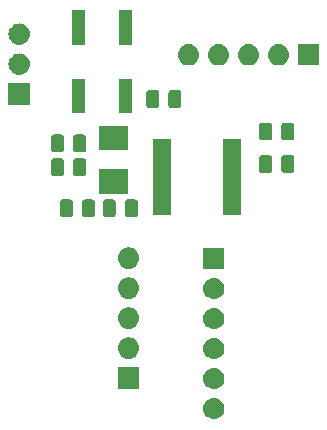
<source format=gbr>
G04 #@! TF.GenerationSoftware,KiCad,Pcbnew,5.1.2*
G04 #@! TF.CreationDate,2019-05-06T18:14:36-05:00*
G04 #@! TF.ProjectId,STM32F030Minimal,53544d33-3246-4303-9330-4d696e696d61,rev?*
G04 #@! TF.SameCoordinates,Original*
G04 #@! TF.FileFunction,Soldermask,Top*
G04 #@! TF.FilePolarity,Negative*
%FSLAX46Y46*%
G04 Gerber Fmt 4.6, Leading zero omitted, Abs format (unit mm)*
G04 Created by KiCad (PCBNEW 5.1.2) date 2019-05-06 18:14:36*
%MOMM*%
%LPD*%
G04 APERTURE LIST*
%ADD10C,0.100000*%
G04 APERTURE END LIST*
D10*
G36*
X163340442Y-89555518D02*
G01*
X163406627Y-89562037D01*
X163576466Y-89613557D01*
X163732991Y-89697222D01*
X163768729Y-89726552D01*
X163870186Y-89809814D01*
X163953448Y-89911271D01*
X163982778Y-89947009D01*
X164066443Y-90103534D01*
X164117963Y-90273373D01*
X164135359Y-90450000D01*
X164117963Y-90626627D01*
X164066443Y-90796466D01*
X163982778Y-90952991D01*
X163953448Y-90988729D01*
X163870186Y-91090186D01*
X163768729Y-91173448D01*
X163732991Y-91202778D01*
X163576466Y-91286443D01*
X163406627Y-91337963D01*
X163340442Y-91344482D01*
X163274260Y-91351000D01*
X163185740Y-91351000D01*
X163119558Y-91344482D01*
X163053373Y-91337963D01*
X162883534Y-91286443D01*
X162727009Y-91202778D01*
X162691271Y-91173448D01*
X162589814Y-91090186D01*
X162506552Y-90988729D01*
X162477222Y-90952991D01*
X162393557Y-90796466D01*
X162342037Y-90626627D01*
X162324641Y-90450000D01*
X162342037Y-90273373D01*
X162393557Y-90103534D01*
X162477222Y-89947009D01*
X162506552Y-89911271D01*
X162589814Y-89809814D01*
X162691271Y-89726552D01*
X162727009Y-89697222D01*
X162883534Y-89613557D01*
X163053373Y-89562037D01*
X163119558Y-89555518D01*
X163185740Y-89549000D01*
X163274260Y-89549000D01*
X163340442Y-89555518D01*
X163340442Y-89555518D01*
G37*
G36*
X163340443Y-87015519D02*
G01*
X163406627Y-87022037D01*
X163576466Y-87073557D01*
X163732991Y-87157222D01*
X163768729Y-87186552D01*
X163870186Y-87269814D01*
X163953448Y-87371271D01*
X163982778Y-87407009D01*
X164066443Y-87563534D01*
X164117963Y-87733373D01*
X164135359Y-87910000D01*
X164117963Y-88086627D01*
X164066443Y-88256466D01*
X163982778Y-88412991D01*
X163953448Y-88448729D01*
X163870186Y-88550186D01*
X163768729Y-88633448D01*
X163732991Y-88662778D01*
X163576466Y-88746443D01*
X163406627Y-88797963D01*
X163340443Y-88804481D01*
X163274260Y-88811000D01*
X163185740Y-88811000D01*
X163119557Y-88804481D01*
X163053373Y-88797963D01*
X162883534Y-88746443D01*
X162727009Y-88662778D01*
X162691271Y-88633448D01*
X162589814Y-88550186D01*
X162506552Y-88448729D01*
X162477222Y-88412991D01*
X162393557Y-88256466D01*
X162342037Y-88086627D01*
X162324641Y-87910000D01*
X162342037Y-87733373D01*
X162393557Y-87563534D01*
X162477222Y-87407009D01*
X162506552Y-87371271D01*
X162589814Y-87269814D01*
X162691271Y-87186552D01*
X162727009Y-87157222D01*
X162883534Y-87073557D01*
X163053373Y-87022037D01*
X163119557Y-87015519D01*
X163185740Y-87009000D01*
X163274260Y-87009000D01*
X163340443Y-87015519D01*
X163340443Y-87015519D01*
G37*
G36*
X156921000Y-88771000D02*
G01*
X155119000Y-88771000D01*
X155119000Y-86969000D01*
X156921000Y-86969000D01*
X156921000Y-88771000D01*
X156921000Y-88771000D01*
G37*
G36*
X163340443Y-84475519D02*
G01*
X163406627Y-84482037D01*
X163576466Y-84533557D01*
X163732991Y-84617222D01*
X163768729Y-84646552D01*
X163870186Y-84729814D01*
X163949951Y-84827009D01*
X163982778Y-84867009D01*
X164066443Y-85023534D01*
X164117963Y-85193373D01*
X164135359Y-85370000D01*
X164117963Y-85546627D01*
X164066443Y-85716466D01*
X163982778Y-85872991D01*
X163953448Y-85908729D01*
X163870186Y-86010186D01*
X163781731Y-86082778D01*
X163732991Y-86122778D01*
X163576466Y-86206443D01*
X163406627Y-86257963D01*
X163340442Y-86264482D01*
X163274260Y-86271000D01*
X163185740Y-86271000D01*
X163119558Y-86264482D01*
X163053373Y-86257963D01*
X162883534Y-86206443D01*
X162727009Y-86122778D01*
X162678269Y-86082778D01*
X162589814Y-86010186D01*
X162506552Y-85908729D01*
X162477222Y-85872991D01*
X162393557Y-85716466D01*
X162342037Y-85546627D01*
X162324641Y-85370000D01*
X162342037Y-85193373D01*
X162393557Y-85023534D01*
X162477222Y-84867009D01*
X162510049Y-84827009D01*
X162589814Y-84729814D01*
X162691271Y-84646552D01*
X162727009Y-84617222D01*
X162883534Y-84533557D01*
X163053373Y-84482037D01*
X163119557Y-84475519D01*
X163185740Y-84469000D01*
X163274260Y-84469000D01*
X163340443Y-84475519D01*
X163340443Y-84475519D01*
G37*
G36*
X156130442Y-84435518D02*
G01*
X156196627Y-84442037D01*
X156366466Y-84493557D01*
X156522991Y-84577222D01*
X156558729Y-84606552D01*
X156660186Y-84689814D01*
X156743448Y-84791271D01*
X156772778Y-84827009D01*
X156856443Y-84983534D01*
X156907963Y-85153373D01*
X156925359Y-85330000D01*
X156907963Y-85506627D01*
X156856443Y-85676466D01*
X156772778Y-85832991D01*
X156743448Y-85868729D01*
X156660186Y-85970186D01*
X156558729Y-86053448D01*
X156522991Y-86082778D01*
X156366466Y-86166443D01*
X156196627Y-86217963D01*
X156130443Y-86224481D01*
X156064260Y-86231000D01*
X155975740Y-86231000D01*
X155909557Y-86224481D01*
X155843373Y-86217963D01*
X155673534Y-86166443D01*
X155517009Y-86082778D01*
X155481271Y-86053448D01*
X155379814Y-85970186D01*
X155296552Y-85868729D01*
X155267222Y-85832991D01*
X155183557Y-85676466D01*
X155132037Y-85506627D01*
X155114641Y-85330000D01*
X155132037Y-85153373D01*
X155183557Y-84983534D01*
X155267222Y-84827009D01*
X155296552Y-84791271D01*
X155379814Y-84689814D01*
X155481271Y-84606552D01*
X155517009Y-84577222D01*
X155673534Y-84493557D01*
X155843373Y-84442037D01*
X155909558Y-84435518D01*
X155975740Y-84429000D01*
X156064260Y-84429000D01*
X156130442Y-84435518D01*
X156130442Y-84435518D01*
G37*
G36*
X163340442Y-81935518D02*
G01*
X163406627Y-81942037D01*
X163576466Y-81993557D01*
X163732991Y-82077222D01*
X163768729Y-82106552D01*
X163870186Y-82189814D01*
X163949951Y-82287009D01*
X163982778Y-82327009D01*
X164066443Y-82483534D01*
X164117963Y-82653373D01*
X164135359Y-82830000D01*
X164117963Y-83006627D01*
X164066443Y-83176466D01*
X163982778Y-83332991D01*
X163953448Y-83368729D01*
X163870186Y-83470186D01*
X163781731Y-83542778D01*
X163732991Y-83582778D01*
X163576466Y-83666443D01*
X163406627Y-83717963D01*
X163340443Y-83724481D01*
X163274260Y-83731000D01*
X163185740Y-83731000D01*
X163119557Y-83724481D01*
X163053373Y-83717963D01*
X162883534Y-83666443D01*
X162727009Y-83582778D01*
X162678269Y-83542778D01*
X162589814Y-83470186D01*
X162506552Y-83368729D01*
X162477222Y-83332991D01*
X162393557Y-83176466D01*
X162342037Y-83006627D01*
X162324641Y-82830000D01*
X162342037Y-82653373D01*
X162393557Y-82483534D01*
X162477222Y-82327009D01*
X162510049Y-82287009D01*
X162589814Y-82189814D01*
X162691271Y-82106552D01*
X162727009Y-82077222D01*
X162883534Y-81993557D01*
X163053373Y-81942037D01*
X163119558Y-81935518D01*
X163185740Y-81929000D01*
X163274260Y-81929000D01*
X163340442Y-81935518D01*
X163340442Y-81935518D01*
G37*
G36*
X156130443Y-81895519D02*
G01*
X156196627Y-81902037D01*
X156366466Y-81953557D01*
X156522991Y-82037222D01*
X156558729Y-82066552D01*
X156660186Y-82149814D01*
X156743448Y-82251271D01*
X156772778Y-82287009D01*
X156856443Y-82443534D01*
X156907963Y-82613373D01*
X156925359Y-82790000D01*
X156907963Y-82966627D01*
X156856443Y-83136466D01*
X156772778Y-83292991D01*
X156743448Y-83328729D01*
X156660186Y-83430186D01*
X156558729Y-83513448D01*
X156522991Y-83542778D01*
X156366466Y-83626443D01*
X156196627Y-83677963D01*
X156130443Y-83684481D01*
X156064260Y-83691000D01*
X155975740Y-83691000D01*
X155909557Y-83684481D01*
X155843373Y-83677963D01*
X155673534Y-83626443D01*
X155517009Y-83542778D01*
X155481271Y-83513448D01*
X155379814Y-83430186D01*
X155296552Y-83328729D01*
X155267222Y-83292991D01*
X155183557Y-83136466D01*
X155132037Y-82966627D01*
X155114641Y-82790000D01*
X155132037Y-82613373D01*
X155183557Y-82443534D01*
X155267222Y-82287009D01*
X155296552Y-82251271D01*
X155379814Y-82149814D01*
X155481271Y-82066552D01*
X155517009Y-82037222D01*
X155673534Y-81953557D01*
X155843373Y-81902037D01*
X155909557Y-81895519D01*
X155975740Y-81889000D01*
X156064260Y-81889000D01*
X156130443Y-81895519D01*
X156130443Y-81895519D01*
G37*
G36*
X163340442Y-79395518D02*
G01*
X163406627Y-79402037D01*
X163576466Y-79453557D01*
X163732991Y-79537222D01*
X163768729Y-79566552D01*
X163870186Y-79649814D01*
X163949951Y-79747009D01*
X163982778Y-79787009D01*
X164066443Y-79943534D01*
X164117963Y-80113373D01*
X164135359Y-80290000D01*
X164117963Y-80466627D01*
X164066443Y-80636466D01*
X163982778Y-80792991D01*
X163953448Y-80828729D01*
X163870186Y-80930186D01*
X163781731Y-81002778D01*
X163732991Y-81042778D01*
X163576466Y-81126443D01*
X163406627Y-81177963D01*
X163340442Y-81184482D01*
X163274260Y-81191000D01*
X163185740Y-81191000D01*
X163119558Y-81184482D01*
X163053373Y-81177963D01*
X162883534Y-81126443D01*
X162727009Y-81042778D01*
X162678269Y-81002778D01*
X162589814Y-80930186D01*
X162506552Y-80828729D01*
X162477222Y-80792991D01*
X162393557Y-80636466D01*
X162342037Y-80466627D01*
X162324641Y-80290000D01*
X162342037Y-80113373D01*
X162393557Y-79943534D01*
X162477222Y-79787009D01*
X162510049Y-79747009D01*
X162589814Y-79649814D01*
X162691271Y-79566552D01*
X162727009Y-79537222D01*
X162883534Y-79453557D01*
X163053373Y-79402037D01*
X163119558Y-79395518D01*
X163185740Y-79389000D01*
X163274260Y-79389000D01*
X163340442Y-79395518D01*
X163340442Y-79395518D01*
G37*
G36*
X156130443Y-79355519D02*
G01*
X156196627Y-79362037D01*
X156366466Y-79413557D01*
X156522991Y-79497222D01*
X156558729Y-79526552D01*
X156660186Y-79609814D01*
X156743448Y-79711271D01*
X156772778Y-79747009D01*
X156856443Y-79903534D01*
X156907963Y-80073373D01*
X156925359Y-80250000D01*
X156907963Y-80426627D01*
X156856443Y-80596466D01*
X156772778Y-80752991D01*
X156743448Y-80788729D01*
X156660186Y-80890186D01*
X156558729Y-80973448D01*
X156522991Y-81002778D01*
X156366466Y-81086443D01*
X156196627Y-81137963D01*
X156130442Y-81144482D01*
X156064260Y-81151000D01*
X155975740Y-81151000D01*
X155909558Y-81144482D01*
X155843373Y-81137963D01*
X155673534Y-81086443D01*
X155517009Y-81002778D01*
X155481271Y-80973448D01*
X155379814Y-80890186D01*
X155296552Y-80788729D01*
X155267222Y-80752991D01*
X155183557Y-80596466D01*
X155132037Y-80426627D01*
X155114641Y-80250000D01*
X155132037Y-80073373D01*
X155183557Y-79903534D01*
X155267222Y-79747009D01*
X155296552Y-79711271D01*
X155379814Y-79609814D01*
X155481271Y-79526552D01*
X155517009Y-79497222D01*
X155673534Y-79413557D01*
X155843373Y-79362037D01*
X155909557Y-79355519D01*
X155975740Y-79349000D01*
X156064260Y-79349000D01*
X156130443Y-79355519D01*
X156130443Y-79355519D01*
G37*
G36*
X164131000Y-78651000D02*
G01*
X162329000Y-78651000D01*
X162329000Y-76849000D01*
X164131000Y-76849000D01*
X164131000Y-78651000D01*
X164131000Y-78651000D01*
G37*
G36*
X156130442Y-76815518D02*
G01*
X156196627Y-76822037D01*
X156366466Y-76873557D01*
X156522991Y-76957222D01*
X156558729Y-76986552D01*
X156660186Y-77069814D01*
X156743448Y-77171271D01*
X156772778Y-77207009D01*
X156856443Y-77363534D01*
X156907963Y-77533373D01*
X156925359Y-77710000D01*
X156907963Y-77886627D01*
X156856443Y-78056466D01*
X156772778Y-78212991D01*
X156743448Y-78248729D01*
X156660186Y-78350186D01*
X156558729Y-78433448D01*
X156522991Y-78462778D01*
X156366466Y-78546443D01*
X156196627Y-78597963D01*
X156130443Y-78604481D01*
X156064260Y-78611000D01*
X155975740Y-78611000D01*
X155909557Y-78604481D01*
X155843373Y-78597963D01*
X155673534Y-78546443D01*
X155517009Y-78462778D01*
X155481271Y-78433448D01*
X155379814Y-78350186D01*
X155296552Y-78248729D01*
X155267222Y-78212991D01*
X155183557Y-78056466D01*
X155132037Y-77886627D01*
X155114641Y-77710000D01*
X155132037Y-77533373D01*
X155183557Y-77363534D01*
X155267222Y-77207009D01*
X155296552Y-77171271D01*
X155379814Y-77069814D01*
X155481271Y-76986552D01*
X155517009Y-76957222D01*
X155673534Y-76873557D01*
X155843373Y-76822037D01*
X155909558Y-76815518D01*
X155975740Y-76809000D01*
X156064260Y-76809000D01*
X156130442Y-76815518D01*
X156130442Y-76815518D01*
G37*
G36*
X152996968Y-72753565D02*
G01*
X153035638Y-72765296D01*
X153071277Y-72784346D01*
X153102517Y-72809983D01*
X153128154Y-72841223D01*
X153147204Y-72876862D01*
X153158935Y-72915532D01*
X153163500Y-72961888D01*
X153163500Y-74038112D01*
X153158935Y-74084468D01*
X153147204Y-74123138D01*
X153128154Y-74158777D01*
X153102517Y-74190017D01*
X153071277Y-74215654D01*
X153035638Y-74234704D01*
X152996968Y-74246435D01*
X152950612Y-74251000D01*
X152299388Y-74251000D01*
X152253032Y-74246435D01*
X152214362Y-74234704D01*
X152178723Y-74215654D01*
X152147483Y-74190017D01*
X152121846Y-74158777D01*
X152102796Y-74123138D01*
X152091065Y-74084468D01*
X152086500Y-74038112D01*
X152086500Y-72961888D01*
X152091065Y-72915532D01*
X152102796Y-72876862D01*
X152121846Y-72841223D01*
X152147483Y-72809983D01*
X152178723Y-72784346D01*
X152214362Y-72765296D01*
X152253032Y-72753565D01*
X152299388Y-72749000D01*
X152950612Y-72749000D01*
X152996968Y-72753565D01*
X152996968Y-72753565D01*
G37*
G36*
X154746968Y-72753565D02*
G01*
X154785638Y-72765296D01*
X154821277Y-72784346D01*
X154852517Y-72809983D01*
X154878154Y-72841223D01*
X154897204Y-72876862D01*
X154908935Y-72915532D01*
X154913500Y-72961888D01*
X154913500Y-74038112D01*
X154908935Y-74084468D01*
X154897204Y-74123138D01*
X154878154Y-74158777D01*
X154852517Y-74190017D01*
X154821277Y-74215654D01*
X154785638Y-74234704D01*
X154746968Y-74246435D01*
X154700612Y-74251000D01*
X154049388Y-74251000D01*
X154003032Y-74246435D01*
X153964362Y-74234704D01*
X153928723Y-74215654D01*
X153897483Y-74190017D01*
X153871846Y-74158777D01*
X153852796Y-74123138D01*
X153841065Y-74084468D01*
X153836500Y-74038112D01*
X153836500Y-72961888D01*
X153841065Y-72915532D01*
X153852796Y-72876862D01*
X153871846Y-72841223D01*
X153897483Y-72809983D01*
X153928723Y-72784346D01*
X153964362Y-72765296D01*
X154003032Y-72753565D01*
X154049388Y-72749000D01*
X154700612Y-72749000D01*
X154746968Y-72753565D01*
X154746968Y-72753565D01*
G37*
G36*
X156621968Y-72753565D02*
G01*
X156660638Y-72765296D01*
X156696277Y-72784346D01*
X156727517Y-72809983D01*
X156753154Y-72841223D01*
X156772204Y-72876862D01*
X156783935Y-72915532D01*
X156788500Y-72961888D01*
X156788500Y-74038112D01*
X156783935Y-74084468D01*
X156772204Y-74123138D01*
X156753154Y-74158777D01*
X156727517Y-74190017D01*
X156696277Y-74215654D01*
X156660638Y-74234704D01*
X156621968Y-74246435D01*
X156575612Y-74251000D01*
X155924388Y-74251000D01*
X155878032Y-74246435D01*
X155839362Y-74234704D01*
X155803723Y-74215654D01*
X155772483Y-74190017D01*
X155746846Y-74158777D01*
X155727796Y-74123138D01*
X155716065Y-74084468D01*
X155711500Y-74038112D01*
X155711500Y-72961888D01*
X155716065Y-72915532D01*
X155727796Y-72876862D01*
X155746846Y-72841223D01*
X155772483Y-72809983D01*
X155803723Y-72784346D01*
X155839362Y-72765296D01*
X155878032Y-72753565D01*
X155924388Y-72749000D01*
X156575612Y-72749000D01*
X156621968Y-72753565D01*
X156621968Y-72753565D01*
G37*
G36*
X151121968Y-72753565D02*
G01*
X151160638Y-72765296D01*
X151196277Y-72784346D01*
X151227517Y-72809983D01*
X151253154Y-72841223D01*
X151272204Y-72876862D01*
X151283935Y-72915532D01*
X151288500Y-72961888D01*
X151288500Y-74038112D01*
X151283935Y-74084468D01*
X151272204Y-74123138D01*
X151253154Y-74158777D01*
X151227517Y-74190017D01*
X151196277Y-74215654D01*
X151160638Y-74234704D01*
X151121968Y-74246435D01*
X151075612Y-74251000D01*
X150424388Y-74251000D01*
X150378032Y-74246435D01*
X150339362Y-74234704D01*
X150303723Y-74215654D01*
X150272483Y-74190017D01*
X150246846Y-74158777D01*
X150227796Y-74123138D01*
X150216065Y-74084468D01*
X150211500Y-74038112D01*
X150211500Y-72961888D01*
X150216065Y-72915532D01*
X150227796Y-72876862D01*
X150246846Y-72841223D01*
X150272483Y-72809983D01*
X150303723Y-72784346D01*
X150339362Y-72765296D01*
X150378032Y-72753565D01*
X150424388Y-72749000D01*
X151075612Y-72749000D01*
X151121968Y-72753565D01*
X151121968Y-72753565D01*
G37*
G36*
X159651001Y-74026001D02*
G01*
X158099001Y-74026001D01*
X158099001Y-67624001D01*
X159651001Y-67624001D01*
X159651001Y-74026001D01*
X159651001Y-74026001D01*
G37*
G36*
X165551001Y-74026001D02*
G01*
X163999001Y-74026001D01*
X163999001Y-67624001D01*
X165551001Y-67624001D01*
X165551001Y-74026001D01*
X165551001Y-74026001D01*
G37*
G36*
X156001000Y-72301000D02*
G01*
X153499000Y-72301000D01*
X153499000Y-70199000D01*
X156001000Y-70199000D01*
X156001000Y-72301000D01*
X156001000Y-72301000D01*
G37*
G36*
X152246968Y-69253565D02*
G01*
X152285638Y-69265296D01*
X152321277Y-69284346D01*
X152352517Y-69309983D01*
X152378154Y-69341223D01*
X152397204Y-69376862D01*
X152408935Y-69415532D01*
X152413500Y-69461888D01*
X152413500Y-70538112D01*
X152408935Y-70584468D01*
X152397204Y-70623138D01*
X152378154Y-70658777D01*
X152352517Y-70690017D01*
X152321277Y-70715654D01*
X152285638Y-70734704D01*
X152246968Y-70746435D01*
X152200612Y-70751000D01*
X151549388Y-70751000D01*
X151503032Y-70746435D01*
X151464362Y-70734704D01*
X151428723Y-70715654D01*
X151397483Y-70690017D01*
X151371846Y-70658777D01*
X151352796Y-70623138D01*
X151341065Y-70584468D01*
X151336500Y-70538112D01*
X151336500Y-69461888D01*
X151341065Y-69415532D01*
X151352796Y-69376862D01*
X151371846Y-69341223D01*
X151397483Y-69309983D01*
X151428723Y-69284346D01*
X151464362Y-69265296D01*
X151503032Y-69253565D01*
X151549388Y-69249000D01*
X152200612Y-69249000D01*
X152246968Y-69253565D01*
X152246968Y-69253565D01*
G37*
G36*
X150371968Y-69253565D02*
G01*
X150410638Y-69265296D01*
X150446277Y-69284346D01*
X150477517Y-69309983D01*
X150503154Y-69341223D01*
X150522204Y-69376862D01*
X150533935Y-69415532D01*
X150538500Y-69461888D01*
X150538500Y-70538112D01*
X150533935Y-70584468D01*
X150522204Y-70623138D01*
X150503154Y-70658777D01*
X150477517Y-70690017D01*
X150446277Y-70715654D01*
X150410638Y-70734704D01*
X150371968Y-70746435D01*
X150325612Y-70751000D01*
X149674388Y-70751000D01*
X149628032Y-70746435D01*
X149589362Y-70734704D01*
X149553723Y-70715654D01*
X149522483Y-70690017D01*
X149496846Y-70658777D01*
X149477796Y-70623138D01*
X149466065Y-70584468D01*
X149461500Y-70538112D01*
X149461500Y-69461888D01*
X149466065Y-69415532D01*
X149477796Y-69376862D01*
X149496846Y-69341223D01*
X149522483Y-69309983D01*
X149553723Y-69284346D01*
X149589362Y-69265296D01*
X149628032Y-69253565D01*
X149674388Y-69249000D01*
X150325612Y-69249000D01*
X150371968Y-69253565D01*
X150371968Y-69253565D01*
G37*
G36*
X167996968Y-69003565D02*
G01*
X168035638Y-69015296D01*
X168071277Y-69034346D01*
X168102517Y-69059983D01*
X168128154Y-69091223D01*
X168147204Y-69126862D01*
X168158935Y-69165532D01*
X168163500Y-69211888D01*
X168163500Y-70288112D01*
X168158935Y-70334468D01*
X168147204Y-70373138D01*
X168128154Y-70408777D01*
X168102517Y-70440017D01*
X168071277Y-70465654D01*
X168035638Y-70484704D01*
X167996968Y-70496435D01*
X167950612Y-70501000D01*
X167299388Y-70501000D01*
X167253032Y-70496435D01*
X167214362Y-70484704D01*
X167178723Y-70465654D01*
X167147483Y-70440017D01*
X167121846Y-70408777D01*
X167102796Y-70373138D01*
X167091065Y-70334468D01*
X167086500Y-70288112D01*
X167086500Y-69211888D01*
X167091065Y-69165532D01*
X167102796Y-69126862D01*
X167121846Y-69091223D01*
X167147483Y-69059983D01*
X167178723Y-69034346D01*
X167214362Y-69015296D01*
X167253032Y-69003565D01*
X167299388Y-68999000D01*
X167950612Y-68999000D01*
X167996968Y-69003565D01*
X167996968Y-69003565D01*
G37*
G36*
X169871968Y-69003565D02*
G01*
X169910638Y-69015296D01*
X169946277Y-69034346D01*
X169977517Y-69059983D01*
X170003154Y-69091223D01*
X170022204Y-69126862D01*
X170033935Y-69165532D01*
X170038500Y-69211888D01*
X170038500Y-70288112D01*
X170033935Y-70334468D01*
X170022204Y-70373138D01*
X170003154Y-70408777D01*
X169977517Y-70440017D01*
X169946277Y-70465654D01*
X169910638Y-70484704D01*
X169871968Y-70496435D01*
X169825612Y-70501000D01*
X169174388Y-70501000D01*
X169128032Y-70496435D01*
X169089362Y-70484704D01*
X169053723Y-70465654D01*
X169022483Y-70440017D01*
X168996846Y-70408777D01*
X168977796Y-70373138D01*
X168966065Y-70334468D01*
X168961500Y-70288112D01*
X168961500Y-69211888D01*
X168966065Y-69165532D01*
X168977796Y-69126862D01*
X168996846Y-69091223D01*
X169022483Y-69059983D01*
X169053723Y-69034346D01*
X169089362Y-69015296D01*
X169128032Y-69003565D01*
X169174388Y-68999000D01*
X169825612Y-68999000D01*
X169871968Y-69003565D01*
X169871968Y-69003565D01*
G37*
G36*
X152246968Y-67253565D02*
G01*
X152285638Y-67265296D01*
X152321277Y-67284346D01*
X152352517Y-67309983D01*
X152378154Y-67341223D01*
X152397204Y-67376862D01*
X152408935Y-67415532D01*
X152413500Y-67461888D01*
X152413500Y-68538112D01*
X152408935Y-68584468D01*
X152397204Y-68623138D01*
X152378154Y-68658777D01*
X152352517Y-68690017D01*
X152321277Y-68715654D01*
X152285638Y-68734704D01*
X152246968Y-68746435D01*
X152200612Y-68751000D01*
X151549388Y-68751000D01*
X151503032Y-68746435D01*
X151464362Y-68734704D01*
X151428723Y-68715654D01*
X151397483Y-68690017D01*
X151371846Y-68658777D01*
X151352796Y-68623138D01*
X151341065Y-68584468D01*
X151336500Y-68538112D01*
X151336500Y-67461888D01*
X151341065Y-67415532D01*
X151352796Y-67376862D01*
X151371846Y-67341223D01*
X151397483Y-67309983D01*
X151428723Y-67284346D01*
X151464362Y-67265296D01*
X151503032Y-67253565D01*
X151549388Y-67249000D01*
X152200612Y-67249000D01*
X152246968Y-67253565D01*
X152246968Y-67253565D01*
G37*
G36*
X150371968Y-67253565D02*
G01*
X150410638Y-67265296D01*
X150446277Y-67284346D01*
X150477517Y-67309983D01*
X150503154Y-67341223D01*
X150522204Y-67376862D01*
X150533935Y-67415532D01*
X150538500Y-67461888D01*
X150538500Y-68538112D01*
X150533935Y-68584468D01*
X150522204Y-68623138D01*
X150503154Y-68658777D01*
X150477517Y-68690017D01*
X150446277Y-68715654D01*
X150410638Y-68734704D01*
X150371968Y-68746435D01*
X150325612Y-68751000D01*
X149674388Y-68751000D01*
X149628032Y-68746435D01*
X149589362Y-68734704D01*
X149553723Y-68715654D01*
X149522483Y-68690017D01*
X149496846Y-68658777D01*
X149477796Y-68623138D01*
X149466065Y-68584468D01*
X149461500Y-68538112D01*
X149461500Y-67461888D01*
X149466065Y-67415532D01*
X149477796Y-67376862D01*
X149496846Y-67341223D01*
X149522483Y-67309983D01*
X149553723Y-67284346D01*
X149589362Y-67265296D01*
X149628032Y-67253565D01*
X149674388Y-67249000D01*
X150325612Y-67249000D01*
X150371968Y-67253565D01*
X150371968Y-67253565D01*
G37*
G36*
X156001000Y-68601000D02*
G01*
X153499000Y-68601000D01*
X153499000Y-66499000D01*
X156001000Y-66499000D01*
X156001000Y-68601000D01*
X156001000Y-68601000D01*
G37*
G36*
X167996968Y-66253565D02*
G01*
X168035638Y-66265296D01*
X168071277Y-66284346D01*
X168102517Y-66309983D01*
X168128154Y-66341223D01*
X168147204Y-66376862D01*
X168158935Y-66415532D01*
X168163500Y-66461888D01*
X168163500Y-67538112D01*
X168158935Y-67584468D01*
X168147204Y-67623138D01*
X168128154Y-67658777D01*
X168102517Y-67690017D01*
X168071277Y-67715654D01*
X168035638Y-67734704D01*
X167996968Y-67746435D01*
X167950612Y-67751000D01*
X167299388Y-67751000D01*
X167253032Y-67746435D01*
X167214362Y-67734704D01*
X167178723Y-67715654D01*
X167147483Y-67690017D01*
X167121846Y-67658777D01*
X167102796Y-67623138D01*
X167091065Y-67584468D01*
X167086500Y-67538112D01*
X167086500Y-66461888D01*
X167091065Y-66415532D01*
X167102796Y-66376862D01*
X167121846Y-66341223D01*
X167147483Y-66309983D01*
X167178723Y-66284346D01*
X167214362Y-66265296D01*
X167253032Y-66253565D01*
X167299388Y-66249000D01*
X167950612Y-66249000D01*
X167996968Y-66253565D01*
X167996968Y-66253565D01*
G37*
G36*
X169871968Y-66253565D02*
G01*
X169910638Y-66265296D01*
X169946277Y-66284346D01*
X169977517Y-66309983D01*
X170003154Y-66341223D01*
X170022204Y-66376862D01*
X170033935Y-66415532D01*
X170038500Y-66461888D01*
X170038500Y-67538112D01*
X170033935Y-67584468D01*
X170022204Y-67623138D01*
X170003154Y-67658777D01*
X169977517Y-67690017D01*
X169946277Y-67715654D01*
X169910638Y-67734704D01*
X169871968Y-67746435D01*
X169825612Y-67751000D01*
X169174388Y-67751000D01*
X169128032Y-67746435D01*
X169089362Y-67734704D01*
X169053723Y-67715654D01*
X169022483Y-67690017D01*
X168996846Y-67658777D01*
X168977796Y-67623138D01*
X168966065Y-67584468D01*
X168961500Y-67538112D01*
X168961500Y-66461888D01*
X168966065Y-66415532D01*
X168977796Y-66376862D01*
X168996846Y-66341223D01*
X169022483Y-66309983D01*
X169053723Y-66284346D01*
X169089362Y-66265296D01*
X169128032Y-66253565D01*
X169174388Y-66249000D01*
X169825612Y-66249000D01*
X169871968Y-66253565D01*
X169871968Y-66253565D01*
G37*
G36*
X152301000Y-65451000D02*
G01*
X151199000Y-65451000D01*
X151199000Y-62549000D01*
X152301000Y-62549000D01*
X152301000Y-65451000D01*
X152301000Y-65451000D01*
G37*
G36*
X156301000Y-65451000D02*
G01*
X155199000Y-65451000D01*
X155199000Y-62549000D01*
X156301000Y-62549000D01*
X156301000Y-65451000D01*
X156301000Y-65451000D01*
G37*
G36*
X160309468Y-63503565D02*
G01*
X160348138Y-63515296D01*
X160383777Y-63534346D01*
X160415017Y-63559983D01*
X160440654Y-63591223D01*
X160459704Y-63626862D01*
X160471435Y-63665532D01*
X160476000Y-63711888D01*
X160476000Y-64788112D01*
X160471435Y-64834468D01*
X160459704Y-64873138D01*
X160440654Y-64908777D01*
X160415017Y-64940017D01*
X160383777Y-64965654D01*
X160348138Y-64984704D01*
X160309468Y-64996435D01*
X160263112Y-65001000D01*
X159611888Y-65001000D01*
X159565532Y-64996435D01*
X159526862Y-64984704D01*
X159491223Y-64965654D01*
X159459983Y-64940017D01*
X159434346Y-64908777D01*
X159415296Y-64873138D01*
X159403565Y-64834468D01*
X159399000Y-64788112D01*
X159399000Y-63711888D01*
X159403565Y-63665532D01*
X159415296Y-63626862D01*
X159434346Y-63591223D01*
X159459983Y-63559983D01*
X159491223Y-63534346D01*
X159526862Y-63515296D01*
X159565532Y-63503565D01*
X159611888Y-63499000D01*
X160263112Y-63499000D01*
X160309468Y-63503565D01*
X160309468Y-63503565D01*
G37*
G36*
X158434468Y-63503565D02*
G01*
X158473138Y-63515296D01*
X158508777Y-63534346D01*
X158540017Y-63559983D01*
X158565654Y-63591223D01*
X158584704Y-63626862D01*
X158596435Y-63665532D01*
X158601000Y-63711888D01*
X158601000Y-64788112D01*
X158596435Y-64834468D01*
X158584704Y-64873138D01*
X158565654Y-64908777D01*
X158540017Y-64940017D01*
X158508777Y-64965654D01*
X158473138Y-64984704D01*
X158434468Y-64996435D01*
X158388112Y-65001000D01*
X157736888Y-65001000D01*
X157690532Y-64996435D01*
X157651862Y-64984704D01*
X157616223Y-64965654D01*
X157584983Y-64940017D01*
X157559346Y-64908777D01*
X157540296Y-64873138D01*
X157528565Y-64834468D01*
X157524000Y-64788112D01*
X157524000Y-63711888D01*
X157528565Y-63665532D01*
X157540296Y-63626862D01*
X157559346Y-63591223D01*
X157584983Y-63559983D01*
X157616223Y-63534346D01*
X157651862Y-63515296D01*
X157690532Y-63503565D01*
X157736888Y-63499000D01*
X158388112Y-63499000D01*
X158434468Y-63503565D01*
X158434468Y-63503565D01*
G37*
G36*
X147651000Y-64731000D02*
G01*
X145849000Y-64731000D01*
X145849000Y-62929000D01*
X147651000Y-62929000D01*
X147651000Y-64731000D01*
X147651000Y-64731000D01*
G37*
G36*
X146860443Y-60395519D02*
G01*
X146926627Y-60402037D01*
X147096466Y-60453557D01*
X147252991Y-60537222D01*
X147288729Y-60566552D01*
X147390186Y-60649814D01*
X147473448Y-60751271D01*
X147502778Y-60787009D01*
X147586443Y-60943534D01*
X147637963Y-61113373D01*
X147655359Y-61290000D01*
X147637963Y-61466627D01*
X147586443Y-61636466D01*
X147502778Y-61792991D01*
X147473448Y-61828729D01*
X147390186Y-61930186D01*
X147288729Y-62013448D01*
X147252991Y-62042778D01*
X147096466Y-62126443D01*
X146926627Y-62177963D01*
X146860442Y-62184482D01*
X146794260Y-62191000D01*
X146705740Y-62191000D01*
X146639558Y-62184482D01*
X146573373Y-62177963D01*
X146403534Y-62126443D01*
X146247009Y-62042778D01*
X146211271Y-62013448D01*
X146109814Y-61930186D01*
X146026552Y-61828729D01*
X145997222Y-61792991D01*
X145913557Y-61636466D01*
X145862037Y-61466627D01*
X145844641Y-61290000D01*
X145862037Y-61113373D01*
X145913557Y-60943534D01*
X145997222Y-60787009D01*
X146026552Y-60751271D01*
X146109814Y-60649814D01*
X146211271Y-60566552D01*
X146247009Y-60537222D01*
X146403534Y-60453557D01*
X146573373Y-60402037D01*
X146639557Y-60395519D01*
X146705740Y-60389000D01*
X146794260Y-60389000D01*
X146860443Y-60395519D01*
X146860443Y-60395519D01*
G37*
G36*
X161200443Y-59605519D02*
G01*
X161266627Y-59612037D01*
X161436466Y-59663557D01*
X161592991Y-59747222D01*
X161628729Y-59776552D01*
X161730186Y-59859814D01*
X161813448Y-59961271D01*
X161842778Y-59997009D01*
X161926443Y-60153534D01*
X161977963Y-60323373D01*
X161995359Y-60500000D01*
X161977963Y-60676627D01*
X161926443Y-60846466D01*
X161842778Y-61002991D01*
X161813448Y-61038729D01*
X161730186Y-61140186D01*
X161628729Y-61223448D01*
X161592991Y-61252778D01*
X161436466Y-61336443D01*
X161266627Y-61387963D01*
X161200442Y-61394482D01*
X161134260Y-61401000D01*
X161045740Y-61401000D01*
X160979558Y-61394482D01*
X160913373Y-61387963D01*
X160743534Y-61336443D01*
X160587009Y-61252778D01*
X160551271Y-61223448D01*
X160449814Y-61140186D01*
X160366552Y-61038729D01*
X160337222Y-61002991D01*
X160253557Y-60846466D01*
X160202037Y-60676627D01*
X160184641Y-60500000D01*
X160202037Y-60323373D01*
X160253557Y-60153534D01*
X160337222Y-59997009D01*
X160366552Y-59961271D01*
X160449814Y-59859814D01*
X160551271Y-59776552D01*
X160587009Y-59747222D01*
X160743534Y-59663557D01*
X160913373Y-59612037D01*
X160979557Y-59605519D01*
X161045740Y-59599000D01*
X161134260Y-59599000D01*
X161200443Y-59605519D01*
X161200443Y-59605519D01*
G37*
G36*
X172151000Y-61401000D02*
G01*
X170349000Y-61401000D01*
X170349000Y-59599000D01*
X172151000Y-59599000D01*
X172151000Y-61401000D01*
X172151000Y-61401000D01*
G37*
G36*
X168820443Y-59605519D02*
G01*
X168886627Y-59612037D01*
X169056466Y-59663557D01*
X169212991Y-59747222D01*
X169248729Y-59776552D01*
X169350186Y-59859814D01*
X169433448Y-59961271D01*
X169462778Y-59997009D01*
X169546443Y-60153534D01*
X169597963Y-60323373D01*
X169615359Y-60500000D01*
X169597963Y-60676627D01*
X169546443Y-60846466D01*
X169462778Y-61002991D01*
X169433448Y-61038729D01*
X169350186Y-61140186D01*
X169248729Y-61223448D01*
X169212991Y-61252778D01*
X169056466Y-61336443D01*
X168886627Y-61387963D01*
X168820442Y-61394482D01*
X168754260Y-61401000D01*
X168665740Y-61401000D01*
X168599558Y-61394482D01*
X168533373Y-61387963D01*
X168363534Y-61336443D01*
X168207009Y-61252778D01*
X168171271Y-61223448D01*
X168069814Y-61140186D01*
X167986552Y-61038729D01*
X167957222Y-61002991D01*
X167873557Y-60846466D01*
X167822037Y-60676627D01*
X167804641Y-60500000D01*
X167822037Y-60323373D01*
X167873557Y-60153534D01*
X167957222Y-59997009D01*
X167986552Y-59961271D01*
X168069814Y-59859814D01*
X168171271Y-59776552D01*
X168207009Y-59747222D01*
X168363534Y-59663557D01*
X168533373Y-59612037D01*
X168599557Y-59605519D01*
X168665740Y-59599000D01*
X168754260Y-59599000D01*
X168820443Y-59605519D01*
X168820443Y-59605519D01*
G37*
G36*
X166280443Y-59605519D02*
G01*
X166346627Y-59612037D01*
X166516466Y-59663557D01*
X166672991Y-59747222D01*
X166708729Y-59776552D01*
X166810186Y-59859814D01*
X166893448Y-59961271D01*
X166922778Y-59997009D01*
X167006443Y-60153534D01*
X167057963Y-60323373D01*
X167075359Y-60500000D01*
X167057963Y-60676627D01*
X167006443Y-60846466D01*
X166922778Y-61002991D01*
X166893448Y-61038729D01*
X166810186Y-61140186D01*
X166708729Y-61223448D01*
X166672991Y-61252778D01*
X166516466Y-61336443D01*
X166346627Y-61387963D01*
X166280442Y-61394482D01*
X166214260Y-61401000D01*
X166125740Y-61401000D01*
X166059558Y-61394482D01*
X165993373Y-61387963D01*
X165823534Y-61336443D01*
X165667009Y-61252778D01*
X165631271Y-61223448D01*
X165529814Y-61140186D01*
X165446552Y-61038729D01*
X165417222Y-61002991D01*
X165333557Y-60846466D01*
X165282037Y-60676627D01*
X165264641Y-60500000D01*
X165282037Y-60323373D01*
X165333557Y-60153534D01*
X165417222Y-59997009D01*
X165446552Y-59961271D01*
X165529814Y-59859814D01*
X165631271Y-59776552D01*
X165667009Y-59747222D01*
X165823534Y-59663557D01*
X165993373Y-59612037D01*
X166059557Y-59605519D01*
X166125740Y-59599000D01*
X166214260Y-59599000D01*
X166280443Y-59605519D01*
X166280443Y-59605519D01*
G37*
G36*
X163740443Y-59605519D02*
G01*
X163806627Y-59612037D01*
X163976466Y-59663557D01*
X164132991Y-59747222D01*
X164168729Y-59776552D01*
X164270186Y-59859814D01*
X164353448Y-59961271D01*
X164382778Y-59997009D01*
X164466443Y-60153534D01*
X164517963Y-60323373D01*
X164535359Y-60500000D01*
X164517963Y-60676627D01*
X164466443Y-60846466D01*
X164382778Y-61002991D01*
X164353448Y-61038729D01*
X164270186Y-61140186D01*
X164168729Y-61223448D01*
X164132991Y-61252778D01*
X163976466Y-61336443D01*
X163806627Y-61387963D01*
X163740442Y-61394482D01*
X163674260Y-61401000D01*
X163585740Y-61401000D01*
X163519558Y-61394482D01*
X163453373Y-61387963D01*
X163283534Y-61336443D01*
X163127009Y-61252778D01*
X163091271Y-61223448D01*
X162989814Y-61140186D01*
X162906552Y-61038729D01*
X162877222Y-61002991D01*
X162793557Y-60846466D01*
X162742037Y-60676627D01*
X162724641Y-60500000D01*
X162742037Y-60323373D01*
X162793557Y-60153534D01*
X162877222Y-59997009D01*
X162906552Y-59961271D01*
X162989814Y-59859814D01*
X163091271Y-59776552D01*
X163127009Y-59747222D01*
X163283534Y-59663557D01*
X163453373Y-59612037D01*
X163519557Y-59605519D01*
X163585740Y-59599000D01*
X163674260Y-59599000D01*
X163740443Y-59605519D01*
X163740443Y-59605519D01*
G37*
G36*
X152301000Y-59651000D02*
G01*
X151199000Y-59651000D01*
X151199000Y-56749000D01*
X152301000Y-56749000D01*
X152301000Y-59651000D01*
X152301000Y-59651000D01*
G37*
G36*
X156301000Y-59651000D02*
G01*
X155199000Y-59651000D01*
X155199000Y-56749000D01*
X156301000Y-56749000D01*
X156301000Y-59651000D01*
X156301000Y-59651000D01*
G37*
G36*
X146860442Y-57855518D02*
G01*
X146926627Y-57862037D01*
X147096466Y-57913557D01*
X147252991Y-57997222D01*
X147288729Y-58026552D01*
X147390186Y-58109814D01*
X147473448Y-58211271D01*
X147502778Y-58247009D01*
X147586443Y-58403534D01*
X147637963Y-58573373D01*
X147655359Y-58750000D01*
X147637963Y-58926627D01*
X147586443Y-59096466D01*
X147502778Y-59252991D01*
X147473448Y-59288729D01*
X147390186Y-59390186D01*
X147288729Y-59473448D01*
X147252991Y-59502778D01*
X147096466Y-59586443D01*
X146926627Y-59637963D01*
X146860442Y-59644482D01*
X146794260Y-59651000D01*
X146705740Y-59651000D01*
X146639558Y-59644482D01*
X146573373Y-59637963D01*
X146403534Y-59586443D01*
X146247009Y-59502778D01*
X146211271Y-59473448D01*
X146109814Y-59390186D01*
X146026552Y-59288729D01*
X145997222Y-59252991D01*
X145913557Y-59096466D01*
X145862037Y-58926627D01*
X145844641Y-58750000D01*
X145862037Y-58573373D01*
X145913557Y-58403534D01*
X145997222Y-58247009D01*
X146026552Y-58211271D01*
X146109814Y-58109814D01*
X146211271Y-58026552D01*
X146247009Y-57997222D01*
X146403534Y-57913557D01*
X146573373Y-57862037D01*
X146639558Y-57855518D01*
X146705740Y-57849000D01*
X146794260Y-57849000D01*
X146860442Y-57855518D01*
X146860442Y-57855518D01*
G37*
M02*

</source>
